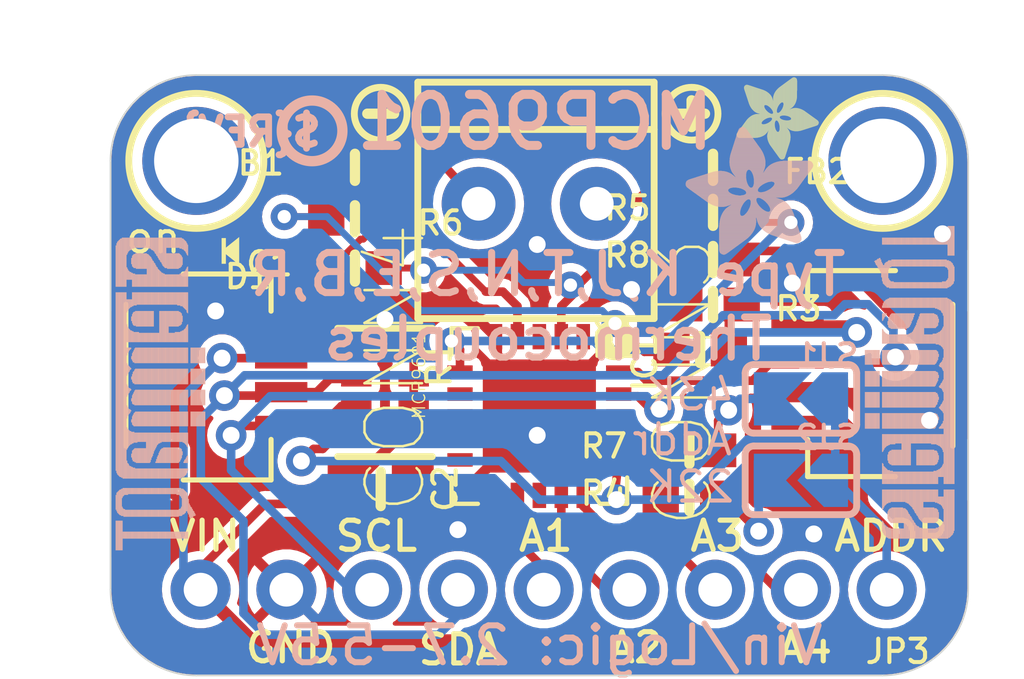
<source format=kicad_pcb>
(kicad_pcb (version 20221018) (generator pcbnew)
  (layers (0 "F.Cu" signal) (31 "B.Cu" signal) (34 "B.Paste" user) (35 "F.Paste" user) (36 "B.SilkS" user "B.Silkscreen") (37 "F.SilkS" user "F.Silkscreen") (38 "B.Mask" user) (39 "F.Mask" user) (44 "Edge.Cuts" user))
  (net 0 "")
  (net 1 "GND")
  (net 2 "ALERT2")
  (net 3 "ALERT1")
  (net 4 "ALERT3")
  (net 5 "ALERT4")
  (net 6 "ADDR")
  (net 7 "SCL")
  (net 8 "SDA")
  (net 9 "VIN")
  (net 10 "N$1")
  (net 11 "N$3")
  (net 12 "+")
  (net 13 "-")
  (net 14 "N$4")
  (net 15 "N$8")
  (net 16 "N$7")
  (net 17 "N$2")
  (net 18 "VSENSE")
  (footprint "working:ADAFRUIT_2.5MM" (layer "F.Cu") (at 154.3431 96.1771 -90)
    (fp_text reference "U$16" hide)
    (fp_text value "" hide)
  )
  (footprint "working:FIDUCIAL_1MM" (layer "F.Cu") (at 136.5631 110.8456)
    (fp_text reference "FID3" hide)
    (fp_text value "FIDUCIAL_1MM" hide)
    (pad "1" smd roundrect (at 0 0) (size 1 1) (layers "F.Cu" "F.Mask") (roundrect_rratio 0.5))
  )
  (footprint "working:CHIPLED_0603_NOOUTLINE" (layer "F.Cu") (at 139.3571 101.3206 90)
    (fp_text reference "D1" (at -0.762 1.27) (layer "F.SilkS") (effects (font (size 0.692831 0.692831) (thickness 0.119969)) (justify right)))
    (fp_text value "GREEN")
    (pad "A" smd rect (at 0 0.75 90) (size 0.8 0.8) (layers "F.Cu" "F.Paste" "F.Mask") (net 17 "N$2"))
    (pad "C" smd rect (at 0 -0.75 90) (size 0.8 0.8) (layers "F.Cu" "F.Paste" "F.Mask") (net 1 "GND"))
  )
  (footprint "working:JST_SH4" (layer "F.Cu") (at 138.3411 105.0036 -90)
    (fp_text reference "CONN4" (at -4.6 -5.9 90) (layer "F.SilkS") (effects (font (size 1.703222 1.703222) (thickness 0.074778)) (justify right)))
    (fp_text value "STEMMA_I2C_QT" hide)
    (pad "1" smd rect (at -1.5 -2.514) (size 1.55 0.6) (layers "F.Cu" "F.Paste" "F.Mask") (net 1 "GND"))
    (pad "2" smd rect (at -0.5 -2.514) (size 1.55 0.6) (layers "F.Cu" "F.Paste" "F.Mask") (net 9 "VIN"))
    (pad "3" smd rect (at 0.5 -2.514) (size 1.55 0.6) (layers "F.Cu" "F.Paste" "F.Mask") (net 8 "SDA"))
    (pad "4" smd rect (at 1.5 -2.514) (size 1.55 0.6) (layers "F.Cu" "F.Paste" "F.Mask") (net 7 "SCL"))
    (pad "MT1" smd rect (at -2.8 1.386) (size 1.8 1.2) (layers "F.Cu" "F.Paste" "F.Mask") (net 1 "GND"))
    (pad "MT2" smd rect (at 2.8 1.386) (size 1.8 1.2) (layers "F.Cu" "F.Paste" "F.Mask") (net 1 "GND"))
  )
  (footprint "working:SYMBOL_MINUS" (layer "F.Cu") (at 143.8021 97.2566)
    (fp_text reference "U$18" hide)
    (fp_text value "" hide)
  )
  (footprint "working:0603-NO" (layer "F.Cu") (at 143.0401 98.8441 180)
    (fp_text reference "FB1" (at 2.032 0.127) (layer "F.SilkS") (effects (font (size 0.692831 0.692831) (thickness 0.119969)) (justify right)))
    (fp_text value "Ferrite")
    (pad "1" smd rect (at -0.85 0 180) (size 1.075 1) (layers "F.Cu" "F.Paste" "F.Mask") (net 13 "-"))
    (pad "2" smd rect (at 0.85 0 180) (size 1.075 1) (layers "F.Cu" "F.Paste" "F.Mask") (net 14 "N$4"))
  )
  (footprint "working:0603-NO" (layer "F.Cu") (at 153.6446 102.9081)
    (fp_text reference "R3" (at 1.778 0.127) (layer "F.SilkS") (effects (font (size 0.692831 0.692831) (thickness 0.119969)) (justify left)))
    (fp_text value "2.5M")
    (pad "1" smd rect (at -0.85 0) (size 1.075 1) (layers "F.Cu" "F.Paste" "F.Mask") (net 18 "VSENSE"))
    (pad "2" smd rect (at 0.85 0) (size 1.075 1) (layers "F.Cu" "F.Paste" "F.Mask") (net 1 "GND"))
  )
  (footprint "working:SYMBOL_PLUS" (layer "F.Cu") (at 153.0096 97.2566)
    (fp_text reference "U$17" hide)
    (fp_text value "" hide)
  )
  (footprint "working:0603-NO" (layer "F.Cu") (at 153.2636 104.2416 180)
    (fp_text reference "R2" (at 1.778 0.127) (layer "F.SilkS") (effects (font (size 0.692831 0.692831) (thickness 0.119969)) (justify right)))
    (fp_text value "487K")
    (pad "1" smd rect (at -0.85 0 180) (size 1.075 1) (layers "F.Cu" "F.Paste" "F.Mask") (net 1 "GND"))
    (pad "2" smd rect (at 0.85 0 180) (size 1.075 1) (layers "F.Cu" "F.Paste" "F.Mask") (net 14 "N$4"))
  )
  (footprint "working:JST_SH4" (layer "F.Cu") (at 158.6611 105.0036 90)
    (fp_text reference "CONN3" (at -4.6 -5.9 90) (layer "F.SilkS") (effects (font (size 1.703222 1.703222) (thickness 0.074778)) (justify left)))
    (fp_text value "STEMMA_I2C_QT" hide)
    (pad "1" smd rect (at -1.5 -2.514 180) (size 1.55 0.6) (layers "F.Cu" "F.Paste" "F.Mask") (net 1 "GND"))
    (pad "2" smd rect (at -0.5 -2.514 180) (size 1.55 0.6) (layers "F.Cu" "F.Paste" "F.Mask") (net 9 "VIN"))
    (pad "3" smd rect (at 0.5 -2.514 180) (size 1.55 0.6) (layers "F.Cu" "F.Paste" "F.Mask") (net 8 "SDA"))
    (pad "4" smd rect (at 1.5 -2.514 180) (size 1.55 0.6) (layers "F.Cu" "F.Paste" "F.Mask") (net 7 "SCL"))
    (pad "MT1" smd rect (at -2.8 1.386 180) (size 1.8 1.2) (layers "F.Cu" "F.Paste" "F.Mask") (net 1 "GND"))
    (pad "MT2" smd rect (at 2.8 1.386 180) (size 1.8 1.2) (layers "F.Cu" "F.Paste" "F.Mask") (net 1 "GND"))
  )
  (footprint "working:MOUNTINGHOLE_2.5_PLATED" (layer "F.Cu") (at 138.3411 98.6536)
    (fp_text reference "U$33" hide)
    (fp_text value "MOUNTINGHOLE2.5" hide)
    (pad "P$1" thru_hole circle (at 0 0) (size 3.2 3.2) (drill 2.5) (layers "*.Cu" "*.Mask"))
    (zone (net 0) (net_name "") (layer "F.Cu") (connect_pads (clearance 0)) (min_thickness 0.25)
      (keepout (tracks not_allowed) (vias not_allowed) (pads not_allowed) (copperpour not_allowed) (footprints allowed))
      (fill (thermal_gap 0.5) (thermal_bridge_width 0.5))
      (polygon (pts (xy 140.3571 98.6536) (xy 140.33748 98.373027) (xy 140.279004 98.097915) (xy 140.182808 97.833619) (xy 140.050765 97.585283) (xy 139.885446 97.35774) (xy 139.690067 97.15542) (xy 139.468433 96.98226) (xy 139.224856 96.841631) (xy 138.964078 96.73627) (xy 138.691175 96.668228) (xy 138.411457 96.638828) (xy 138.130371 96.648644) (xy 137.853385 96.697484) (xy 137.585893 96.784397) (xy 137.3331 96.907693) (xy 137.099926 97.06497) (xy 136.890911 97.253169) (xy 136.710122 97.468625) (xy 136.561078 97.707145) (xy 136.44668 97.964087) (xy 136.369154 98.23445) (xy 136.330011 98.512971) (xy 136.330011 98.794229) (xy 136.369154 99.07275) (xy 136.44668 99.343113) (xy 136.561078 99.600055) (xy 136.710122 99.838575) (xy 136.890911 100.054031) (xy 137.099926 100.24223) (xy 137.3331 100.399507) (xy 137.585893 100.522803) (xy 137.853385 100.609716) (xy 138.130371 100.658556) (xy 138.411457 100.668372) (xy 138.691175 100.638972) (xy 138.964078 100.57093) (xy 139.224856 100.465569) (xy 139.468433 100.32494) (xy 139.690067 100.15178) (xy 139.885446 99.94946) (xy 140.050765 99.721917) (xy 140.182808 99.473581) (xy 140.279004 99.209285) (xy 140.33748 98.934173)))
      (polygon (pts (xy 138.3251 98.6536) (xy 138.329786 98.664914) (xy 138.3411 98.6696) (xy 138.352414 98.664914) (xy 138.3571 98.6536) (xy 138.352414 98.642286) (xy 138.3411 98.6376) (xy 138.329786 98.642286)))
    )
    (zone (net 0) (net_name "") (layer "B.Cu") (connect_pads (clearance 0)) (min_thickness 0.25)
      (keepout (tracks not_allowed) (vias not_allowed) (pads not_allowed) (copperpour not_allowed) (footprints allowed))
      (fill (thermal_gap 0.5) (thermal_bridge_width 0.5))
      (polygon (pts (xy 140.3571 98.6536) (xy 140.33748 98.373027) (xy 140.279004 98.097915) (xy 140.182808 97.833619) (xy 140.050765 97.585283) (xy 139.885446 97.35774) (xy 139.690067 97.15542) (xy 139.468433 96.98226) (xy 139.224856 96.841631) (xy 138.964078 96.73627) (xy 138.691175 96.668228) (xy 138.411457 96.638828) (xy 138.130371 96.648644) (xy 137.853385 96.697484) (xy 137.585893 96.784397) (xy 137.3331 96.907693) (xy 137.099926 97.06497) (xy 136.890911 97.253169) (xy 136.710122 97.468625) (xy 136.561078 97.707145) (xy 136.44668 97.964087) (xy 136.369154 98.23445) (xy 136.330011 98.512971) (xy 136.330011 98.794229) (xy 136.369154 99.07275) (xy 136.44668 99.343113) (xy 136.561078 99.600055) (xy 136.710122 99.838575) (xy 136.890911 100.054031) (xy 137.099926 100.24223) (xy 137.3331 100.399507) (xy 137.585893 100.522803) (xy 137.853385 100.609716) (xy 138.130371 100.658556) (xy 138.411457 100.668372) (xy 138.691175 100.638972) (xy 138.964078 100.57093) (xy 139.224856 100.465569) (xy 139.468433 100.32494) (xy 139.690067 100.15178) (xy 139.885446 99.94946) (xy 140.050765 99.721917) (xy 140.182808 99.473581) (xy 140.279004 99.209285) (xy 140.33748 98.934173)))
      (polygon (pts (xy 138.3251 98.6536) (xy 138.329786 98.664914) (xy 138.3411 98.6696) (xy 138.352414 98.664914) (xy 138.3571 98.6536) (xy 138.352414 98.642286) (xy 138.3411 98.6376) (xy 138.329786 98.642286)))
    )
  )
  (footprint "working:0603-NO" (layer "F.Cu") (at 143.0401 100.3681)
    (fp_text reference "R6" (at 1.778 0.127) (layer "F.SilkS") (effects (font (size 0.692831 0.692831) (thickness 0.119969)) (justify left)))
    (fp_text value "100")
    (pad "1" smd rect (at -0.85 0) (size 1.075 1) (layers "F.Cu" "F.Paste" "F.Mask") (net 14 "N$4"))
    (pad "2" smd rect (at 0.85 0) (size 1.075 1) (layers "F.Cu" "F.Paste" "F.Mask") (net 11 "N$3"))
  )
  (footprint "working:0603-NO" (layer "F.Cu") (at 153.6446 100.1776 180)
    (fp_text reference "R5" (at 1.778 0.127) (layer "F.SilkS") (effects (font (size 0.692831 0.692831) (thickness 0.119969)) (justify right)))
    (fp_text value "100")
    (pad "1" smd rect (at -0.85 0 180) (size 1.075 1) (layers "F.Cu" "F.Paste" "F.Mask") (net 18 "VSENSE"))
    (pad "2" smd rect (at 0.85 0 180) (size 1.075 1) (layers "F.Cu" "F.Paste" "F.Mask") (net 10 "N$1"))
  )
  (footprint "working:0603-NO" (layer "F.Cu") (at 152.9461 107.2261 180)
    (fp_text reference "R7" (at 1.778 0.127) (layer "F.SilkS") (effects (font (size 0.692831 0.692831) (thickness 0.119969)) (justify right)))
    (fp_text value "47K")
    (pad "1" smd rect (at -0.85 0 180) (size 1.075 1) (layers "F.Cu" "F.Paste" "F.Mask") (net 16 "N$7"))
    (pad "2" smd rect (at 0.85 0 180) (size 1.075 1) (layers "F.Cu" "F.Paste" "F.Mask") (net 1 "GND"))
  )
  (footprint "working:VQFN20_5MM" (layer "F.Cu") (at 148.5011 106.2101 -90)
    (fp_text reference "IC1" (at -2.501 -3.125 90) (layer "F.SilkS") (effects (font (size 0.692831 0.692831) (thickness 0.119969)) (justify right)))
    (fp_text value "MCP9601" (at -2.501 3.566 90) (layer "F.SilkS") (effects (font (size 0.369824 0.369824) (thickness 0.036576)) (justify right)))
    (pad "P$1" smd rect (at -2.35 -1.3 270) (size 0.75 0.4) (layers "F.Cu" "F.Paste" "F.Mask") (net 1 "GND"))
    (pad "P$2" smd rect (at -2.35 -0.65 270) (size 0.75 0.4) (layers "F.Cu" "F.Paste" "F.Mask") (net 10 "N$1"))
    (pad "P$3" smd rect (at -2.35 0 270) (size 0.75 0.4) (layers "F.Cu" "F.Paste" "F.Mask") (net 1 "GND"))
    (pad "P$4" smd rect (at -2.35 0.65 270) (size 0.75 0.4) (layers "F.Cu" "F.Paste" "F.Mask") (net 11 "N$3"))
    (pad "P$5" smd rect (at -2.35 1.3 270) (size 0.75 0.4) (layers "F.Cu" "F.Paste" "F.Mask") (net 1 "GND"))
    (pad "P$6" smd rect (at -1.3 2.35) (size 0.75 0.4) (layers "F.Cu" "F.Paste" "F.Mask") (net 18 "VSENSE"))
    (pad "P$7" smd rect (at -0.65 2.35) (size 0.75 0.4) (layers "F.Cu" "F.Paste" "F.Mask"))
    (pad "P$8" smd rect (at 0 2.35) (size 0.75 0.4) (layers "F.Cu" "F.Paste" "F.Mask") (net 9 "VIN"))
    (pad "P$9" smd rect (at 0.65 2.35) (size 0.75 0.4) (layers "F.Cu" "F.Paste" "F.Mask"))
    (pad "P$10" smd rect (at 1.3 2.35) (size 0.75 0.4) (layers "F.Cu" "F.Paste" "F.Mask") (net 1 "GND"))
    (pad "P$11" smd rect (at 2.35 1.3 90) (size 0.75 0.4) (layers "F.Cu" "F.Paste" "F.Mask") (net 3 "ALERT1"))
    (pad "P$12" smd rect (at 2.35 0.65 90) (size 0.75 0.4) (layers "F.Cu" "F.Paste" "F.Mask") (net 2 "ALERT2"))
    (pad "P$13" smd rect (at 2.35 0 90) (size 0.75 0.4) (layers "F.Cu" "F.Paste" "F.Mask") (net 1 "GND"))
    (pad "P$14" smd rect (at 2.35 -0.65 90) (size 0.75 0.4) (layers "F.Cu" "F.Paste" "F.Mask") (net 4 "ALERT3"))
    (pad "P$15" smd rect (at 2.35 -1.3 90) (size 0.75 0.4) (layers "F.Cu" "F.Paste" "F.Mask") (net 5 "ALERT4"))
    (pad "P$16" smd rect (at 1.3 -2.35 180) (size 0.75 0.4) (layers "F.Cu" "F.Paste" "F.Mask") (net 6 "ADDR"))
    (pad "P$17" smd rect (at 0.65 -2.35 180) (size 0.75 0.4) (layers "F.Cu" "F.Paste" "F.Mask") (net 1 "GND"))
    (pad "P$18" smd rect (at 0 -2.35 180) (size 0.75 0.4) (layers "F.Cu" "F.Paste" "F.Mask") (net 1 "GND"))
    (pad "P$19" smd rect (at -0.65 -2.35 180) (size 0.75 0.4) (layers "F.Cu" "F.Paste" "F.Mask") (net 7 "SCL"))
    (pad "P$20" smd rect (at -1.3 -2.35 180) (size 0.75 0.4) (layers "F.Cu" "F.Paste" "F.Mask") (net 8 "SDA"))
    (pad "THRM" smd rect (at 0 0 270) (size 3.35 3.35) (layers "F.Cu" "F.Mask") (net 1 "GND"))
  )
  (footprint "working:FIDUCIAL_1MM" (layer "F.Cu") (at 148.3741 97.4471)
    (fp_text reference "FID4" hide)
    (fp_text value "FIDUCIAL_1MM" hide)
    (pad "1" smd roundrect (at 0 0) (size 1 1) (layers "F.Cu" "F.Mask") (roundrect_rratio 0.5))
  )
  (footprint "working:0603-NO" (layer "F.Cu") (at 143.0401 101.8286 180)
    (fp_text reference "C1" (at 1.778 0.127) (layer "F.SilkS") (effects (font (size 0.692831 0.692831) (thickness 0.119969)) (justify right)))
    (fp_text value "0.1uF")
    (pad "1" smd rect (at -0.85 0 180) (size 1.075 1) (layers "F.Cu" "F.Paste" "F.Mask") (net 10 "N$1"))
    (pad "2" smd rect (at 0.85 0 180) (size 1.075 1) (layers "F.Cu" "F.Paste" "F.Mask") (net 11 "N$3"))
  )
  (footprint "working:1X09_ROUND_70" (layer "F.Cu") (at 148.6281 111.3536 180)
    (fp_text reference "JP3" (at -11.5062 -1.8288) (layer "F.SilkS") (effects (font (size 0.692831 0.692831) (thickness 0.119969)) (justify right)))
    (fp_text value "")
    (pad "1" thru_hole circle (at -10.16 0 270) (size 1.778 1.778) (drill 1) (layers "*.Cu" "*.Mask") (net 6 "ADDR"))
    (pad "2" thru_hole circle (at -7.62 0 270) (size 1.778 1.778) (drill 1) (layers "*.Cu" "*.Mask") (net 5 "ALERT4"))
    (pad "3" thru_hole circle (at -5.08 0 270) (size 1.778 1.778) (drill 1) (layers "*.Cu" "*.Mask") (net 4 "ALERT3"))
    (pad "4" thru_hole circle (at -2.54 0 270) (size 1.778 1.778) (drill 1) (layers "*.Cu" "*.Mask") (net 2 "ALERT2"))
    (pad "5" thru_hole circle (at 0 0 270) (size 1.778 1.778) (drill 1) (layers "*.Cu" "*.Mask") (net 3 "ALERT1"))
    (pad "6" thru_hole circle (at 2.54 0 270) (size 1.778 1.778) (drill 1) (layers "*.Cu" "*.Mask") (net 8 "SDA"))
    (pad "7" thru_hole circle (at 5.08 0 270) (size 1.778 1.778) (drill 1) (layers "*.Cu" "*.Mask") (net 7 "SCL"))
    (pad "8" thru_hole circle (at 7.62 0 270) (size 1.778 1.778) (drill 1) (layers "*.Cu" "*.Mask") (net 1 "GND"))
    (pad "9" thru_hole circle (at 10.16 0 270) (size 1.778 1.778) (drill 1) (layers "*.Cu" "*.Mask") (net 9 "VIN"))
  )
  (footprint "working:0603-NO" (layer "F.Cu") (at 153.6446 98.8441)
    (fp_text reference "FB2" (at 2.032 0.127) (layer "F.SilkS") (effects (font (size 0.692831 0.692831) (thickness 0.119969)) (justify left)))
    (fp_text value "Ferrite")
    (pad "1" smd rect (at -0.85 0) (size 1.075 1) (layers "F.Cu" "F.Paste" "F.Mask") (net 12 "+"))
    (pad "2" smd rect (at 0.85 0) (size 1.075 1) (layers "F.Cu" "F.Paste" "F.Mask") (net 18 "VSENSE"))
  )
  (footprint "working:0805-NO" (layer "F.Cu") (at 143.8021 108.3691)
    (fp_text reference "C2" (at 1.905 -0.762 90) (layer "F.SilkS") (effects (font (size 0.692831 0.692831) (thickness 0.119969)) (justify right)))
    (fp_text value "10uF")
    (pad "1" smd rect (at -0.95 0) (size 1.24 1.5) (layers "F.Cu" "F.Paste" "F.Mask") (net 9 "VIN"))
    (pad "2" smd rect (at 0.95 0) (size 1.24 1.5) (layers "F.Cu" "F.Paste" "F.Mask") (net 1 "GND"))
  )
  (footprint "working:TERMBLOCK_1X2-3.5MM" (layer "F.Cu") (at 148.5011 99.9236 180)
    (fp_text reference "X1" (at -3 -3.89) (layer "F.SilkS") (effects (font (size 0.692831 0.692831) (thickness 0.119969)) (justify right)))
    (fp_text value "TERMBLK")
    (pad "1" thru_hole circle (at 1.8 0 180) (size 2.1844 2.1844) (drill 1) (layers "*.Cu" "*.Mask") (net 13 "-"))
    (pad "2" thru_hole circle (at -1.7 0 180) (size 2.1844 2.1844) (drill 1) (layers "*.Cu" "*.Mask") (net 12 "+"))
  )
  (footprint "working:MOUNTINGHOLE_2.5_PLATED" (layer "F.Cu") (at 158.6611 98.6536)
    (fp_text reference "U$34" hide)
    (fp_text value "MOUNTINGHOLE2.5" hide)
    (pad "P$1" thru_hole circle (at 0 0) (size 3.2 3.2) (drill 2.5) (layers "*.Cu" "*.Mask"))
    (zone (net 0) (net_name "") (layer "F.Cu") (connect_pads (clearance 0)) (min_thickness 0.25)
      (keepout (tracks not_allowed) (vias not_allowed) (pads not_allowed) (copperpour not_allowed) (footprints allowed))
      (fill (thermal_gap 0.5) (thermal_bridge_width 0.5))
      (polygon (pts (xy 160.6771 98.6536) (xy 160.65748 98.373027) (xy 160.599004 98.097915) (xy 160.502808 97.833619) (xy 160.370765 97.585283) (xy 160.205446 97.35774) (xy 160.010067 97.15542) (xy 159.788433 96.98226) (xy 159.544856 96.841631) (xy 159.284078 96.73627) (xy 159.011175 96.668228) (xy 158.731457 96.638828) (xy 158.450371 96.648644) (xy 158.173385 96.697484) (xy 157.905893 96.784397) (xy 157.6531 96.907693) (xy 157.419926 97.06497) (xy 157.210911 97.253169) (xy 157.030122 97.468625) (xy 156.881078 97.707145) (xy 156.76668 97.964087) (xy 156.689154 98.23445) (xy 156.650011 98.512971) (xy 156.650011 98.794229) (xy 156.689154 99.07275) (xy 156.76668 99.343113) (xy 156.881078 99.600055) (xy 157.030122 99.838575) (xy 157.210911 100.054031) (xy 157.419926 100.24223) (xy 157.6531 100.399507) (xy 157.905893 100.522803) (xy 158.173385 100.609716) (xy 158.450371 100.658556) (xy 158.731457 100.668372) (xy 159.011175 100.638972) (xy 159.284078 100.57093) (xy 159.544856 100.465569) (xy 159.788433 100.32494) (xy 160.010067 100.15178) (xy 160.205446 99.94946) (xy 160.370765 99.721917) (xy 160.502808 99.473581) (xy 160.599004 99.209285) (xy 160.65748 98.934173)))
      (polygon (pts (xy 158.6451 98.6536) (xy 158.649786 98.664914) (xy 158.6611 98.6696) (xy 158.672414 98.664914) (xy 158.6771 98.6536) (xy 158.672414 98.642286) (xy 158.6611 98.6376) (xy 158.649786 98.642286)))
    )
    (zone (net 0) (net_name "") (layer "B.Cu") (connect_pads (clearance 0)) (min_thickness 0.25)
      (keepout (tracks not_allowed) (vias not_allowed) (pads not_allowed) (copperpour not_allowed) (footprints allowed))
      (fill (thermal_gap 0.5) (thermal_bridge_width 0.5))
      (polygon (pts (xy 160.6771 98.6536) (xy 160.65748 98.373027) (xy 160.599004 98.097915) (xy 160.502808 97.833619) (xy 160.370765 97.585283) (xy 160.205446 97.35774) (xy 160.010067 97.15542) (xy 159.788433 96.98226) (xy 159.544856 96.841631) (xy 159.284078 96.73627) (xy 159.011175 96.668228) (xy 158.731457 96.638828) (xy 158.450371 96.648644) (xy 158.173385 96.697484) (xy 157.905893 96.784397) (xy 157.6531 96.907693) (xy 157.419926 97.06497) (xy 157.210911 97.253169) (xy 157.030122 97.468625) (xy 156.881078 97.707145) (xy 156.76668 97.964087) (xy 156.689154 98.23445) (xy 156.650011 98.512971) (xy 156.650011 98.794229) (xy 156.689154 99.07275) (xy 156.76668 99.343113) (xy 156.881078 99.600055) (xy 157.030122 99.838575) (xy 157.210911 100.054031) (xy 157.419926 100.24223) (xy 157.6531 100.399507) (xy 157.905893 100.522803) (xy 158.173385 100.609716) (xy 158.450371 100.658556) (xy 158.731457 100.668372) (xy 159.011175 100.638972) (xy 159.284078 100.57093) (xy 159.544856 100.465569) (xy 159.788433 100.32494) (xy 160.010067 100.15178) (xy 160.205446 99.94946) (xy 160.370765 99.721917) (xy 160.502808 99.473581) (xy 160.599004 99.209285) (xy 160.65748 98.934173)))
      (polygon (pts (xy 158.6451 98.6536) (xy 158.649786 98.664914) (xy 158.6611 98.6696) (xy 158.672414 98.664914) (xy 158.6771 98.6536) (xy 158.672414 98.642286) (xy 158.6611 98.6376) (xy 158.649786 98.642286)))
    )
  )
  (footprint "working:0603-NO" (layer "F.Cu") (at 153.6446 101.5746 180)
    (fp_text reference "R8" (at 1.778 0.127) (layer "F.SilkS") (effects (font (size 0.692831 0.692831) (thickness 0.119969)) (justify right)))
    (fp_text value "2M")
    (pad "1" smd rect (at -0.85 0 180) (size 1.075 1) (layers "F.Cu" "F.Paste" "F.Mask") (net 9 "VIN"))
    (pad "2" smd rect (at 0.85 0 180) (size 1.075 1) (layers "F.Cu" "F.Paste" "F.Mask") (net 18 "VSENSE"))
  )
  (footprint "working:0603-NO" (layer "F.Cu") (at 152.9461 108.6231 180)
    (fp_text reference "R4" (at 1.778 0.127) (layer "F.SilkS") (effects (font (size 0.692831 0.692831) (thickness 0.119969)) (justify right)))
    (fp_text value "22K")
    (pad "1" smd rect (at -0.85 0 180) (size 1.075 1) (layers "F.Cu" "F.Paste" "F.Mask") (net 15 "N$8"))
    (pad "2" smd rect (at 0.85 0 180) (size 1.075 1) (layers "F.Cu" "F.Paste" "F.Mask") (net 1 "GND"))
  )
  (footprint "working:RESPACK_4X0603" (layer "F.Cu") (at 143.9291 105.5116 -90)
    (fp_text reference "R1" (at -1.6 -1.6 90) (layer "F.SilkS") (effects (font (size 0.692831 0.692831) (thickness 0.119969)) (justify right)))
    (fp_text value "10K")
    (pad "1" smd rect (at -1.3 0.85 270) (size 0.45 0.9) (layers "F.Cu" "F.Paste" "F.Mask") (net 17 "N$2"))
    (pad "2" smd rect (at -0.4 0.85 270) (size 0.45 0.9) (layers "F.Cu" "F.Paste" "F.Mask") (net 8 "SDA"))
    (pad "3" smd rect (at 0.4 0.85 270) (size 0.45 0.9) (layers "F.Cu" "F.Paste" "F.Mask") (net 7 "SCL"))
    (pad "4" smd rect (at 1.3 0.85 270) (size 0.45 0.9) (layers "F.Cu" "F.Paste" "F.Mask") (net 6 "ADDR"))
    (pad "5" smd rect (at 1.3 -0.85 270) (size 0.45 0.9) (layers "F.Cu" "F.Paste" "F.Mask") (net 9 "VIN"))
    (pad "6" smd rect (at 0.4 -0.85 270) (size 0.45 0.9) (layers "F.Cu" "F.Paste" "F.Mask") (net 9 "VIN"))
    (pad "7" smd rect (at -0.4 -0.85 270) (size 0.45 0.9) (layers "F.Cu" "F.Paste" "F.Mask") (net 9 "VIN"))
    (pad "8" smd rect (at -1.3 -0.85 270) (size 0.45 0.9) (layers "F.Cu" "F.Paste" "F.Mask") (net 9 "VIN"))
  )
  (footprint "working:ADAFRUIT_3.5MM" (layer "B.Cu") (at 156.6291 101.4476 180)
    (fp_text reference "U$20" hide)
    (fp_text value "" hide)
  )
  (footprint "working:SOLDERJUMPER_ARROW_NOPASTE" (layer "B.Cu") (at 156.2481 108.1151 180)
    (fp_text reference "SJ2" (at -1.778 1.27) (layer "B.SilkS") (effects (font (size 0.692831 0.692831) (thickness 0.119969)) (justify left mirror)))
    (fp_text value "")
    (fp_poly (pts (xy 0.106121 -0.002663) (xy -0.679416 -0.7882) (xy -1.3946 -0.7882) (xy -1.3946 0.7882) (xy -0.62715 0.7882)) (fill solid) (layer "B.Cu"))
    (fp_poly (pts (xy 1.3946 -0.7882) (xy -0.315893 -0.7882) (xy 0.443148 0) (xy -0.315893 0.7882) (xy 1.3946 0.7882)) (fill solid) (layer "B.Cu"))
    (pad "1" smd roundrect (at -1.016 0 180) (size 0.762 1.524) (layers "B.Cu") (net 6 "ADDR"))
    (pad "2" smd roundrect (at 1.016 0 180) (size 0.762 1.524) (layers "B.Cu") (net 15 "N$8"))
  )
  (footprint "working:SOLDERJUMPER_ARROW_NOPASTE" (layer "B.Cu") (at 156.2481 105.7021 180)
    (fp_text reference "SJ1" (at -1.778 1.27) (layer "B.SilkS") (effects (font (size 0.692831 0.692831) (thickness 0.119969)) (justify left mirror)))
    (fp_text value "")
    (fp_poly (pts (xy 0.106121 -0.002663) (xy -0.679416 -0.7882) (xy -1.3946 -0.7882) (xy -1.3946 0.7882) (xy -0.62715 0.7882)) (fill solid) (layer "B.Cu"))
    (fp_poly (pts (xy 1.3946 -0.7882) (xy -0.315893 -0.7882) (xy 0.443148 0) (xy -0.315893 0.7882) (xy 1.3946 0.7882)) (fill solid) (layer "B.Cu"))
    (pad "1" smd roundrect (at -1.016 0 180) (size 0.762 1.524) (layers "B.Cu") (net 6 "ADDR"))
    (pad "2" smd roundrect (at 1.016 0 180) (size 0.762 1.524) (layers "B.Cu") (net 16 "N$7"))
  )
  (footprint "working:STEMMAQT" (layer "B.Cu") (at 158.1531 109.8296 90)
    (fp_text reference "U$41" hide)
    (fp_text value "" hide)
  )
  (footprint "working:STEMMAQT" (layer "B.Cu") (at 138.5951 100.9396 -90)
    (fp_text reference "U$42" hide)
    (fp_text value "" hide)
  )
  (footprint "working:PCBFEAT-REV-040" (layer "B.Cu") (at 141.7701 97.7646 180)
    (fp_text reference "U$40" hide)
    (fp_text value "" hide)
    (fp_text user "${REV}" (at -0.3556 -0.508) (layer "B.SilkS") (effects (font (size 0.8128 0.8128) (thickness 0.2032)) (justify left bottom mirror)))
  )
  (gr_line (start 161.2011 111.3536) (end 161.2011 98.6536) (stroke (width 0.05)) (layer "Edge.Cuts"))
  (gr_arc (start 161.2011 111.3536) (mid 160.457151 113.149651) (end 158.6611 113.8936) (stroke (width 0.05)) (layer "Edge.Cuts"))
  (gr_line (start 135.8011 98.6536) (end 135.8011 111.3536) (stroke (width 0.05)) (layer "Edge.Cuts"))
  (gr_line (start 138.3411 113.8936) (end 158.6611 113.8936) (stroke (width 0.05)) (layer "Edge.Cuts"))
  (gr_line (start 158.6611 96.1136) (end 138.3411 96.1136) (stroke (width 0.05)) (layer "Edge.Cuts"))
  (gr_arc (start 138.3411 113.8936) (mid 136.545049 113.149651) (end 135.8011 111.3536) (stroke (width 0.05)) (layer "Edge.Cuts"))
  (gr_arc (start 158.6611 96.1136) (mid 160.457151 96.857549) (end 161.2011 98.6536) (stroke (width 0.05)) (layer "Edge.Cuts"))
  (gr_arc (start 135.8011 98.6536) (mid 136.545049 96.857549) (end 138.3411 96.1136) (stroke (width 0.05)) (layer "Edge.Cuts"))
  (gr_text "Addr" (at 154.2796 106.9086) (layer "B.SilkS") (effects (font (size 0.89408 0.89408) (thickness 0.12192)) (justify left mirror)))
  (gr_text "MCP9601" (at 148.3741 97.5106) (layer "B.SilkS") (effects (font (size 1.5113 1.5113) (thickness 0.2667)) (justify mirror)))
  (gr_text "Type K,J,T,N,S,E,B,R\nThermocouples" (at 148.7551 102.9716) (layer "B.SilkS") (effects (font (size 1.18745 1.18745) (thickness 0.20955)) (justify mirror)))
  (gr_text "Vin/Logic: 2.7-5.5V" (at 148.5011 113.0046) (layer "B.SilkS") (effects (font (size 1.0922 1.0922) (thickness 0.1778)) (justify mirror)))
  (gr_text "22K" (at 154.3431 108.3056) (layer "B.SilkS") (effects (font (size 0.89408 0.89408) (thickness 0.12192)) (justify left mirror)))
  (gr_text "43K" (at 154.3431 105.5751) (layer "B.SilkS") (effects (font (size 0.89408 0.89408) (thickness 0.12192)) (justify left mirror)))
  (gr_text "GND" (at 141.1351 113.0681) (layer "F.SilkS") (effects (font (size 0.8636 0.8636) (thickness 0.1524))))
  (gr_text "ADDR" (at 158.9151 109.7661) (layer "F.SilkS") (effects (font (size 0.8636 0.8636) (thickness 0.1524))))
  (gr_text "on" (at 136.1821 101.4476) (layer "F.SilkS") (effects (font (size 0.89408 0.89408) (thickness 0.12192)) (justify left bottom)))
  (gr_text "A1" (at 148.6916 109.7661) (layer "F.SilkS") (effects (font (size 0.8636 0.8636) (thickness 0.1524))))
  (gr_text "A3" (at 153.7716 109.7661) (layer "F.SilkS") (effects (font (size 0.8636 0.8636) (thickness 0.1524))))
  (gr_text "" (at 140.1191 103.6066 90) (layer "F.SilkS") (effects (font (size 0.89408 0.89408) (thickness 0.12192))))
  (gr_text "A4" (at 156.3751 113.0681) (layer "F.SilkS") (effects (font (size 0.8636 0.8636) (thickness 0.1524))))
  (gr_text "VIN" (at 138.5951 109.7661) (layer "F.SilkS") (effects (font (size 0.8636 0.8636) (thickness 0.1524))))
  (gr_text "SCL" (at 143.6751 109.7661) (layer "F.SilkS") (effects (font (size 0.8636 0.8636) (thickness 0.1524))))
  (gr_text "SDA" (at 146.1516 113.1316) (layer "F.SilkS") (effects (font (size 0.8636 0.8636) (thickness 0.1524))))
  (gr_text "A2" (at 151.3586 113.0681) (layer "F.SilkS") (effects (font (size 0.8636 0.8636) (thickness 0.1524))))
  (segment (start 150.8511 106.8601) (end 151.7301 106.8601) (width 0.254) (layer "F.Cu") (net 1))
  (segment (start 151.7301 106.8601) (end 152.0961 107.2261) (width 0.254) (layer "F.Cu") (net 1))
  (segment (start 148.5011 105.623913) (end 148.5011 106.2101) (width 0.254) (layer "F.Cu") (net 1))
  (segment (start 154.1136 104.2416) (end 154.1136 103.2891) (width 0.254) (layer "F.Cu") (net 1))
  (segment (start 147.2701 104.392913) (end 148.5011 105.623913) (width 0.254) (layer "F.Cu") (net 1))
  (segment (start 147.2701 103.9291) (end 147.2701 104.392913) (width 0.254) (layer "F.Cu") (net 1))
  (segment (start 147.2011 103.8601) (end 147.2701 103.9291) (width 0.254) (layer "F.Cu") (net 1))
  (segment (start 154.1136 103.2891) (end 154.4946 102.9081) (width 0.254) (layer "F.Cu") (net 1))
  (via (at 148.4376 106.7816) (size 0.9064) (drill 0.5) (layers "F.Cu" "B.Cu") (net 1))
  (via (at 151.2316 102.4636) (size 0.9064) (drill 0.5) (layers "F.Cu" "B.Cu") (net 1))
  (via (at 160.4391 100.8126) (size 0.9064) (drill 0.5) (layers "F.Cu" "B.Cu") (net 1))
  (via (at 146.0881 109.5756) (size 0.9064) (drill 0.5) (layers "F.Cu" "B.Cu") (net 1))
  (via (at 156.6291 109.7026) (size 0.9064) (drill 0.5) (layers "F.Cu" "B.Cu") (net 1))
  (via (at 138.9126 103.0986) (size 0.9064) (drill 0.5) (layers "F.Cu" "B.Cu") (net 1))
  (via (at 148.4376 101.1301) (size 0.9064) (drill 0.5) (layers "F.Cu" "B.Cu") (net 1))
  (via (at 160.0581 106.3371) (size 0.9064) (drill 0.5) (layers "F.Cu" "B.Cu") (net 1))
  (via (at 155.9941 102.2731) (size 0.9064) (drill 0.5) (layers "F.Cu" "B.Cu") (net 1))
  (via (at 143.9291 103.3526) (size 0.9064) (drill 0.5) (layers "F.Cu" "B.Cu") (net 1))
  (segment (start 147.8511 109.023913) (end 147.8511 108.5601) (width 0.254) (layer "F.Cu") (net 2))
  (segment (start 151.1681 111.3536) (end 150.4541 111.3536) (width 0.254) (layer "F.Cu") (net 2))
  (segment (start 148.143287 109.3161) (end 147.8511 109.023913) (width 0.254) (layer "F.Cu") (net 2))
  (segment (start 148.4166 109.3161) (end 148.143287 109.3161) (width 0.254) (layer "F.Cu") (net 2))
  (segment (start 150.4541 111.3536) (end 148.4166 109.3161) (width 0.254) (layer "F.Cu") (net 2))
  (segment (start 147.2011 108.5601) (end 147.2011 109.282838) (width 0.254) (layer "F.Cu") (net 3))
  (segment (start 147.2011 109.282838) (end 148.6281 110.709838) (width 0.254) (layer "F.Cu") (net 3))
  (segment (start 148.6281 110.709838) (end 148.6281 111.3536) (width 0.254) (layer "F.Cu") (net 3))
  (segment (start 149.965487 110.0288) (end 149.1511 109.214413) (width 0.254) (layer "F.Cu") (net 4))
  (segment (start 152.3833 110.0288) (end 149.965487 110.0288) (width 0.254) (layer "F.Cu") (net 4))
  (segment (start 152.3833 110.0288) (end 153.7081 111.3536) (width 0.254) (layer "F.Cu") (net 4))
  (segment (start 149.1511 109.214413) (end 149.1511 108.5601) (width 0.254) (layer "F.Cu") (net 4))
  (segment (start 156.2481 111.3536) (end 155.5496 111.3536) (width 0.254) (layer "F.Cu") (net 5))
  (segment (start 149.8011 108.880338) (end 149.8011 108.5601) (width 0.254) (layer "F.Cu") (net 5))
  (segment (start 155.5496 111.3536) (end 153.7168 109.5208) (width 0.254) (layer "F.Cu") (net 5))
  (segment (start 150.441562 109.5208) (end 149.8011 108.880338) (width 0.254) (layer "F.Cu") (net 5))
  (segment (start 153.7168 109.5208) (end 150.441562 109.5208) (width 0.254) (layer "F.Cu") (net 5))
  (segment (start 150.7241 108.6236) (end 150.7871 108.6866) (width 0.254) (layer "F.Cu") (net 6))
  (segment (start 143.0791 106.8116) (end 142.458525 106.8116) (width 0.254) (layer "F.Cu") (net 6))
  (segment (start 142.085525 107.1846) (end 141.8116 107.1846) (width 0.254) (layer "F.Cu") (net 6))
  (segment (start 141.8116 107.1846) (end 141.4526 107.5436) (width 0.254) (layer "F.Cu") (net 6))
  (segment (start 150.8511 107.5101) (end 150.7241 108.6236) (width 0.254) (layer "F.Cu") (net 6))
  (segment (start 142.458525 106.8116) (end 142.085525 107.1846) (width 0.254) (layer "F.Cu") (net 6))
  (via (at 150.7871 108.6866) (size 0.9064) (drill 0.5) (layers "F.Cu" "B.Cu") (net 6))
  (via (at 141.4526 107.5436) (size 0.9064) (drill 0.5) (layers "F.Cu" "B.Cu") (net 6))
  (segment (start 148.5011 108.6866) (end 150.7871 108.6866) (width 0.254) (layer "B.Cu") (net 6))
  (segment (start 154.6606 106.9086) (end 157.2641 106.9086) (width 0.254) (layer "B.Cu") (net 6))
  (segment (start 157.2641 108.1151) (end 158.7881 109.6391) (width 0.254) (layer "B.Cu") (net 6))
  (segment (start 157.2641 106.9086) (end 157.2641 108.1151) (width 0.254) (layer "B.Cu") (net 6))
  (segment (start 158.7881 109.6391) (end 158.7881 111.3536) (width 0.254) (layer "B.Cu") (net 6))
  (segment (start 148.5011 108.6866) (end 147.3581 107.5436) (width 0.254) (layer "B.Cu") (net 6))
  (segment (start 154.6606 106.9086) (end 152.8826 108.6866) (width 0.254) (layer "B.Cu") (net 6))
  (segment (start 157.2641 105.7021) (end 157.2641 106.9086) (width 0.254) (layer "B.Cu") (net 6))
  (segment (start 150.7871 108.6866) (end 152.8826 108.6866) (width 0.254) (layer "B.Cu") (net 6))
  (segment (start 141.4526 107.5436) (end 147.3581 107.5436) (width 0.254) (layer "B.Cu") (net 6))
  (segment (start 150.8511 105.5601) (end 150.9146 105.6236) (width 0.254) (layer "F.Cu") (net 7))
  (segment (start 142.0481 106.5036) (end 140.8551 106.5036) (width 0.254) (layer "F.Cu") (net 7))
  (segment (start 157.8991 103.7336) (end 157.6691 103.5036) (width 0.254) (layer "F.Cu") (net 7))
  (segment (start 151.8031 106.0062) (end 152.0571 106.0062) (width 0.254) (layer "F.Cu") (net 7))
  (segment (start 139.5851 106.5036) (end 139.372437 106.716263) (width 0.254) (layer "F.Cu") (net 7))
  (segment (start 142.6401 105.9116) (end 142.0481 106.5036) (width 0.254) (layer "F.Cu") (net 7))
  (segment (start 151.8031 106.0062) (end 151.4205 105.6236) (width 0.254) (layer "F.Cu") (net 7))
  (segment (start 139.372437 106.7816) (end 139.372437 106.716263) (width 0.254) (layer "F.Cu") (net 7))
  (segment (start 151.4205 105.6236) (end 150.9146 105.6236) (width 0.254) (layer "F.Cu") (net 7))
  (segment (start 140.8551 106.5036) (end 139.5851 106.5036) (width 0.254) (layer "F.Cu") (net 7))
  (segment (start 143.0791 105.9116) (end 142.6401 105.9116) (width 0.254) (layer "F.Cu") (net 7))
  (segment (start 157.6691 103.5036) (end 156.1471 103.5036) (width 0.254) (layer "F.Cu") (net 7))
  (via (at 139.372437 106.7816) (size 0.9064) (drill 0.5) (layers "F.Cu" "B.Cu") (net 7))
  (via (at 152.0571 106.0062) (size 0.9064) (drill 0.5) (layers "F.Cu" "B.Cu") (net 7))
  (via (at 157.8991 103.7336) (size 0.9064) (drill 0.5) (layers "F.Cu" "B.Cu") (net 7))
  (segment (start 154.1526 103.7336) (end 157.8991 103.7336) (width 0.254) (layer "B.Cu") (net 7))
  (segment (start 154.1526 103.7336) (end 152.0571 105.8291) (width 0.254) (layer "B.Cu") (net 7))
  (segment (start 142.9131 111.3536) (end 143.5481 111.3536) (width 0.254) (layer "B.Cu") (net 7))
  (segment (start 152.0571 106.0062) (end 152.0571 105.8291) (width 0.254) (layer "B.Cu") (net 7))
  (segment (start 151.6761 105.6252) (end 140.528837 105.6252) (width 0.254) (layer "B.Cu") (net 7))
  (segment (start 139.372437 107.812938) (end 142.9131 111.3536) (width 0.254) (layer "B.Cu") (net 7))
  (segment (start 139.372437 106.7816) (end 140.528837 105.6252) (width 0.254) (layer "B.Cu") (net 7))
  (segment (start 151.6761 105.6252) (end 152.0571 106.0062) (width 0.254) (layer "B.Cu") (net 7))
  (segment (start 139.372437 106.7816) (end 139.372437 107.812938) (width 0.254) (layer "B.Cu") (net 7))
  (segment (start 151.6766 105.1641) (end 151.4226 104.9101) (width 0.254) (layer "F.Cu") (net 8))
  (segment (start 159.048737 104.4622) (end 158.880337 104.6306) (width 0.254) (layer "F.Cu") (net 8))
  (segment (start 140.8551 105.5036) (end 140.7535 105.6052) (width 0.254) (layer "F.Cu") (net 8))
  (segment (start 141.9051 105.5036) (end 140.8551 105.5036) (width 0.254) (layer "F.Cu") (net 8))
  (segment (start 156.1471 104.5036) (end 156.2741 104.6306) (width 0.254) (layer "F.Cu") (net 8))
  (segment (start 155.4781 104.5036) (end 154.8176 105.1641) (width 0.254) (layer "F.Cu") (net 8))
  (segment (start 143.0791 105.1116) (end 142.2971 105.1116) (width 0.254) (layer "F.Cu") (net 8))
  (segment (start 155.4781 104.5036) (end 156.1471 104.5036) (width 0.254) (layer "F.Cu") (net 8))
  (segment (start 151.6766 105.1641) (end 154.8176 105.1641) (width 0.254) (layer "F.Cu") (net 8))
  (segment (start 150.8511 104.9101) (end 151.4226 104.9101) (width 0.254) (layer "F.Cu") (net 8))
  (segment (start 140.7535 105.6052) (end 139.173237 105.6052) (width 0.254) (layer "F.Cu") (net 8))
  (segment (start 158.880337 104.6306) (end 156.2741 104.6306) (width 0.254) (layer "F.Cu") (net 8))
  (segment (start 142.2971 105.1116) (end 141.9051 105.5036) (width 0.254) (layer "F.Cu") (net 8))
  (via (at 139.173237 105.6052) (size 0.9064) (drill 0.5) (layers "F.Cu" "B.Cu") (net 8))
  (via (at 159.048737 104.4622) (size 0.9064) (drill 0.5) (layers "F.Cu" "B.Cu") (net 8))
  (segment (start 153.942175 103.2256) (end 152.164175 105.0036) (width 0.254) (layer "B.Cu") (net 8))
  (segment (start 152.164175 105.0036) (end 139.774837 105.0036) (width 0.254) (layer "B.Cu") (net 8))
  (segment (start 145.5166 112.6871) (end 146.0881 112.1156) (width 0.254) (layer "B.Cu") (net 8))
  (segment (start 139.7381 109.3216) (end 139.7381 112.0521) (width 0.254) (layer "B.Cu") (net 8))
  (segment (start 139.774837 105.0036) (end 139.173237 105.6052) (width 0.254) (layer "B.Cu") (net 8))
  (segment (start 139.173237 105.6052) (end 138.474737 106.3037) (width 0.254) (layer "B.Cu") (net 8))
  (segment (start 158.244637 102.8994) (end 157.553562 102.8994) (width 0.254) (layer "B.Cu") (net 8))
  (segment (start 159.048737 104.4622) (end 158.9873 104.4622) (width 0.254) (layer "B.Cu") (net 8))
  (segment (start 138.474737 108.058238) (end 139.7381 109.3216) (width 0.254) (layer "B.Cu") (net 8))
  (segment (start 140.3731 112.6871) (end 145.5166 112.6871) (width 0.254) (layer "B.Cu") (net 8))
  (segment (start 158.9873 103.642063) (end 158.244637 102.8994) (width 0.254) (layer "B.Cu") (net 8))
  (segment (start 139.7381 112.0521) (end 140.3731 112.6871) (width 0.254) (layer "B.Cu") (net 8))
  (segment (start 138.474737 106.3037) (end 138.474737 108.058238) (width 0.254) (layer "B.Cu") (net 8))
  (segment (start 157.553562 102.8994) (end 157.227362 103.2256) (width 0.254) (layer "B.Cu") (net 8))
  (segment (start 157.227362 103.2256) (end 153.942175 103.2256) (width 0.254) (layer "B.Cu") (net 8))
  (segment (start 146.0881 112.1156) (end 146.0881 111.3536) (width 0.254) (layer "B.Cu") (net 8))
  (segment (start 158.9873 104.4622) (end 158.9873 103.642063) (width 0.254) (layer "B.Cu") (net 8))
  (segment (start 140.8471 104.4956) (end 140.8551 104.5036) (width 0.254) (layer "F.Cu") (net 9))
  (segment (start 142.8521 108.3691) (end 143.7257 107.4955) (width 0.3048) (layer "F.Cu") (net 9))
  (segment (start 159.9311 104.0511) (end 159.9311 105.0036) (width 0.254) (layer "F.Cu") (net 9))
  (segment (start 145.9606 106.2736) (end 146.1511 106.2101) (width 0.254) (layer "F.Cu") (net 9))
  (segment (start 158.6899 108.592982) (end 160.1851 110.088182) (width 0.4064) (layer "F.Cu") (net 9))
  (segment (start 157.5101 105.5036) (end 158.6899 106.6834) (width 0.4064) (layer "F.Cu") (net 9))
  (segment (start 139.9921 112.8776) (end 138.4681 111.3536) (width 0.4064) (layer "F.Cu") (net 9))
  (segment (start 144.8526 105.9851) (end 144.7791 105.9116) (width 0.254) (layer "F.Cu") (net 9))
  (segment (start 159.4311 105.5036) (end 157.2006 105.5036) (width 0.254) (layer "F.Cu") (net 9))
  (segment (start 143.7257 107.450763) (end 144.394862 106.7816) (width 0.3048) (layer "F.Cu") (net 9))
  (segment (start 144.7791 106.7816) (end 144.7791 106.0586) (width 0.254) (layer "F.Cu") (net 9))
  (segment (start 159.2961 112.8776) (end 139.9921 112.8776) (width 0.4064) (layer "F.Cu") (net 9))
  (segment (start 144.394862 106.7816) (end 144.7791 106.7816) (width 0.3048) (layer "F.Cu") (net 9))
  (segment (start 144.7791 106.0586) (end 144.8526 105.9851) (width 0.254) (layer "F.Cu") (net 9))
  (segment (start 142.4076 108.8136) (end 140.3731 108.8136) (width 0.254) (layer "F.Cu") (net 9))
  (segment (start 138.4681 110.7186) (end 138.4681 111.3536) (width 0.254) (layer "F.Cu") (net 9))
  (segment (start 159.9311 105.0036) (end 159.4311 105.5036) (width 0.254) (layer "F.Cu") (net 9))
  (segment (start 140.3731 108.8136) (end 138.4681 110.7186) (width 0.254) (layer "F.Cu") (net 9))
  (segment (start 158.454328 102.6876) (end 157.087328 101.3206) (width 0.254) (layer "F.Cu") (net 9))
  (segment (start 144.8526 105.9851) (end 145.1411 106.2736) (width 0.254) (layer "F.Cu") (net 9))
  (segment (start 144.7791 105.1116) (end 144.7791 104.2116) (width 0.254) (layer "F.Cu") (net 9))
  (segment (start 154.7486 101.3206) (end 154.4946 101.5746) (width 0.254) (layer "F.Cu") (net 9))
  (segment (start 145.1411 106.2736) (end 145.9606 106.2736) (width 0.254) (layer "F.Cu") (net 9))
  (segment (start 158.6899 106.6834) (end 158.6899 108.592982) (width 0.4064) (layer "F.Cu") (net 9))
  (segment (start 144.7791 106.8116) (end 144.7791 106.7816) (width 0.254) (layer "F.Cu") (net 9))
  (segment (start 144.7791 105.1116) (end 144.7791 105.9116) (width 0.254) (layer "F.Cu") (net 9))
  (segment (start 157.2006 105.5036) (end 157.5101 105.5036) (width 0.4064) (layer "F.Cu") (net 9))
  (segment (start 159.205331 103.4796) (end 158.454328 102.6876) (width 0.254) (layer "F.Cu") (net 9))
  (segment (start 142.8521 108.3691) (end 142.4076 108.8136) (width 0.254) (layer "F.Cu") (net 9))
  (segment (start 160.1851 111.9886) (end 159.2961 112.8776) (width 0.4064) (layer "F.Cu") (net 9))
  (segment (start 143.7257 107.4955) (end 143.7257 107.450763) (width 0.3048) (layer "F.Cu") (net 9))
  (segment (start 159.205331 103.4796) (end 159.3596 103.4796) (width 0.254) (layer "F.Cu") (net 9))
  (segment (start 156.1471 105.5036) (end 157.2006 105.5036) (width 0.4064) (layer "F.Cu") (net 9))
  (segment (start 157.087328 101.3206) (end 154.7486 101.3206) (width 0.254) (layer "F.Cu") (net 9))
  (segment (start 159.3596 103.4796) (end 159.9311 104.0511) (width 0.254) (layer "F.Cu") (net 9))
  (segment (start 139.1031 104.4956) (end 140.8471 104.4956) (width 0.254) (layer "F.Cu") (net 9))
  (segment (start 160.1851 110.088182) (end 160.1851 111.9886) (width 0.4064) (layer "F.Cu") (net 9))
  (via (at 139.1031 104.4956) (size 0.9064) (drill 0.5) (layers "F.Cu" "B.Cu") (net 9))
  (segment (start 137.9601 105.6386) (end 137.9601 110.8456) (width 0.254) (layer "B.Cu") (net 9))
  (segment (start 137.9601 105.6386) (end 139.1031 104.4956) (width 0.254) (layer "B.Cu") (net 9))
  (segment (start 138.4681 111.3536) (end 137.9601 110.8456) (width 0.254) (layer "B.Cu") (net 9))
  (segment (start 152.2866 100.1776) (end 151.0801 101.3841) (width 0.254) (layer "F.Cu") (net 10))
  (segment (start 149.48535 102.3326) (end 149.48535 102.49535) (width 0.2032) (layer "F.Cu") (net 10))
  (segment (start 151.0801 101.3841) (end 150.5966 101.3841) (width 0.254) (layer "F.Cu") (net 10))
  (segment (start 152.2866 100.1776) (end 152.7946 100.1776) (width 0.254) (layer "F.Cu") (net 10))
  (segment (start 149.1511 102.9566) (end 149.1511 103.8601) (width 0.254) (layer "F.Cu") (net 10))
  (segment (start 149.48535 102.62235) (end 149.1511 102.9566) (width 0.254) (layer "F.Cu") (net 10))
  (segment (start 143.8901 101.8286) (end 145.0086 101.8286) (width 0.2032) (layer "F.Cu") (net 10))
  (segment (start 149.48535 102.49535) (end 149.48535 102.62235) (width 0.2032) (layer "F.Cu") (net 10))
  (segment (start 145.0086 101.8286) (end 145.0721 101.8921) (width 0.2032) (layer "F.Cu") (net 10))
  (segment (start 149.42185 102.3326) (end 149.48535 102.3326) (width 0.2032) (layer "F.Cu") (net 10))
  (segment (start 150.5966 101.3841) (end 149.48535 102.49535) (width 0.254) (layer "F.Cu") (net 10))
  (via (at 149.42185 102.3326) (size 0.8001) (drill 0.3937) (layers "F.Cu" "B.Cu") (net 10))
  (via (at 145.0721 101.8921) (size 0.8001) (drill 0.3937) (layers "F.Cu" "B.Cu") (net 10))
  (segment (start 148.039081 102.2564) (end 149.34565 102.2564) (width 0.2032) (layer "B.Cu") (net 10))
  (segment (start 145.0721 101.8921) (end 147.674781 101.8921) (width 0.2032) (layer "B.Cu") (net 10))
  (segment (start 149.34565 102.2564) (end 149.42185 102.3326) (width 0.2032) (layer "B.Cu") (net 10))
  (segment (start 147.674781 101.8921) (end 148.039081 102.2564) (width 0.2032) (layer "B.Cu") (net 10))
  (segment (start 146.9136 102.5271) (end 147.4216 102.5271) (width 0.254) (layer "F.Cu") (net 11))
  (segment (start 147.8511 103.8601) (end 147.8511 102.9566) (width 0.254) (layer "F.Cu") (net 11))
  (segment (start 144.7546 100.3681) (end 146.9136 102.5271) (width 0.2032) (layer "F.Cu") (net 11))
  (segment (start 147.8511 102.9566) (end 147.4216 102.5271) (width 0.254) (layer "F.Cu") (net 11))
  (segment (start 143.8901 100.3681) (end 144.7546 100.3681) (width 0.254) (layer "F.Cu") (net 11))
  (segment (start 143.205306 100.973) (end 142.349706 101.8286) (width 0.2032) (layer "F.Cu") (net 11))
  (segment (start 143.2852 100.973) (end 143.205306 100.973) (width 0.2032) (layer "F.Cu") (net 11))
  (segment (start 142.349706 101.8286) (end 142.1901 101.8286) (width 0.2032) (layer "F.Cu") (net 11))
  (segment (start 143.8901 100.3681) (end 143.2852 100.973) (width 0.2032) (layer "F.Cu") (net 11))
  (segment (start 151.331581 99.889619) (end 150.2011 99.9236) (width 0.254) (layer "F.Cu") (net 12))
  (segment (start 152.3771 98.8441) (end 151.331581 99.889619) (width 0.254) (layer "F.Cu") (net 12))
  (segment (start 152.7946 98.8441) (end 152.3771 98.8441) (width 0.254) (layer "F.Cu") (net 12))
  (segment (start 143.8901 98.8441) (end 145.72955 98.8441) (width 0.254) (layer "F.Cu") (net 13))
  (segment (start 145.72955 98.8441) (end 146.7011 99.9236) (width 0.254) (layer "F.Cu") (net 13))
  (segment (start 152.3201 104.3351) (end 152.4136 104.2416) (width 0.2032) (layer "F.Cu") (net 14))
  (segment (start 151.60905 104.3351) (end 152.3201 104.3351) (width 0.2032) (layer "F.Cu") (net 14))
  (segment (start 142.1901 98.8441) (end 142.1901 100.3681) (width 0.254) (layer "F.Cu") (net 14))
  (segment (start 142.1266 100.3046) (end 142.1901 100.3681) (width 0.2032) (layer "F.Cu") (net 14))
  (segment (start 150.7432 103.46925) (end 151.60905 104.3351) (width 0.2032) (layer "F.Cu") (net 14))
  (segment (start 140.9446 100.3046) (end 142.1266 100.3046) (width 0.2032) (layer "F.Cu") (net 14))
  (via (at 140.9446 100.3046) (size 0.8001) (drill 0.3937) (layers "F.Cu" "B.Cu") (net 14))
  (via (at 150.7432 103.46925) (size 0.8001) (drill 0.3937) (layers "F.Cu" "B.Cu") (net 14))
  (segment (start 142.2146 100.3046) (end 140.9446 100.3046) (width 0.2032) (layer "B.Cu") (net 14))
  (segment (start 150.3622 103.08825) (end 144.99825 103.08825) (width 0.2032) (layer "B.Cu") (net 14))
  (segment (start 150.7432 103.46925) (end 150.3622 103.08825) (width 0.2032) (layer "B.Cu") (net 14))
  (segment (start 144.99825 103.08825) (end 142.2146 100.3046) (width 0.2032) (layer "B.Cu") (net 14))
  (segment (start 153.998837 108.6231) (end 153.7961 108.6231) (width 0.254) (layer "F.Cu") (net 15))
  (segment (start 154.996468 109.620732) (end 153.998837 108.6231) (width 0.254) (layer "F.Cu") (net 15))
  (via (at 154.996468 109.620732) (size 0.9064) (drill 0.5) (layers "F.Cu" "B.Cu") (net 15))
  (segment (start 154.996468 108.350732) (end 154.996468 109.620732) (width 0.254) (layer "B.Cu") (net 15))
  (segment (start 155.2321 108.1151) (end 154.996468 108.350732) (width 0.254) (layer "B.Cu") (net 15))
  (segment (start 153.7961 106.349338) (end 153.7961 107.2261) (width 0.254) (layer "F.Cu") (net 16))
  (segment (start 154.107468 106.037969) (end 153.7961 106.349338) (width 0.254) (layer "F.Cu") (net 16))
  (via (at 154.107468 106.037969) (size 0.9064) (drill 0.5) (layers "F.Cu" "B.Cu") (net 16))
  (segment (start 154.443337 105.7021) (end 154.107468 106.037969) (width 0.254) (layer "B.Cu") (net 16))
  (segment (start 155.2321 105.7021) (end 154.443337 105.7021) (width 0.254) (layer "B.Cu") (net 16))
  (segment (start 141.1741 101.7406) (end 141.1741 102.5606) (width 0.254) (layer "F.Cu") (net 17))
  (segment (start 142.0111 103.7206) (end 142.5021 104.2116) (width 0.254) (layer "F.Cu") (net 17))
  (segment (start 141.787912 102.8226) (end 142.0111 103.045788) (width 0.254) (layer "F.Cu") (net 17))
  (segment (start 141.1741 101.7406) (end 140.7541 101.3206) (width 0.254) (layer "F.Cu") (net 17))
  (segment (start 142.0111 103.045788) (end 142.0111 103.7206) (width 0.254) (layer "F.Cu") (net 17))
  (segment (start 141.4361 102.8226) (end 141.787912 102.8226) (width 0.254) (layer "F.Cu") (net 17))
  (segment (start 142.5021 104.2116) (end 143.0791 104.2116) (width 0.254) (layer "F.Cu") (net 17))
  (segment (start 140.1071 101.3206) (end 140.7541 101.3206) (width 0.254) (layer "F.Cu") (net 17))
  (segment (start 141.1741 102.5606) (end 141.4361 102.8226) (width 0.254) (layer "F.Cu") (net 17))
  (segment (start 152.7946 102.9081) (end 152.7946 101.5746) (width 0.254) (layer "F.Cu") (net 18))
  (segment (start 154.4946 100.1776) (end 154.334993 100.1776) (width 0.254) (layer "F.Cu") (net 18))
  (segment (start 154.4946 100.1776) (end 154.793046 100.476047) (width 0.2032) (layer "F.Cu") (net 18))
  (segment (start 154.4946 98.8441) (end 154.4946 100.1776) (width 0.254) (layer "F.Cu") (net 18))
  (segment (start 152.7946 101.5746) (end 152.937993 101.5746) (width 0.2032) (layer "F.Cu") (net 18))
  (segment (start 146.1511 104.2411) (end 145.8976 103.9876) (width 0.254) (layer "F.Cu") (net 18))
  (segment (start 154.334993 100.1776) (end 152.937993 101.5746) (width 0.2032) (layer "F.Cu") (net 18))
  (segment (start 154.793046 100.476047) (end 155.950859 100.476047) (width 0.2032) (layer "F.Cu") (net 18))
  (segment (start 146.1511 104.9101) (end 146.1511 104.2411) (width 0.254) (layer "F.Cu") (net 18))
  (via (at 145.8976 103.9876) (size 0.8001) (drill 0.3937) (layers "F.Cu" "B.Cu") (net 18))
  (via (at 155.950859 100.476047) (size 0.8001) (drill 0.3937) (layers "F.Cu" "B.Cu") (net 18))
  (segment (start 145.8976 103.9876) (end 150.115362 103.9876) (width 0.254) (layer "B.Cu") (net 18))
  (segment (start 155.822653 100.476047) (end 152.0484 104.2503) (width 0.254) (layer "B.Cu") (net 18))
  (segment (start 155.822653 100.476047) (end 155.950859 100.476047) (width 0.254) (layer "B.Cu") (net 18))
  (segment (start 150.115362 103.9876) (end 150.378062 104.2503) (width 0.254) (layer "B.Cu") (net 18))
  (segment (start 150.378062 104.2503) (end 152.0484 104.2503) (width 0.254) (layer "B.Cu") (net 18))
  (zone (net 1) (net_name "GND") (layer "F.Cu") (priority 6) (connect_pads (clearance 0.000001)) (min_thickness 0.127) (fill yes (thermal_gap 0.304) (thermal_bridge_width 0.304))
    (polygon (pts (xy 161.3281 114.0206) (xy 135.6741 114.0206) (xy 135.6741 95.9866) (xy 161.3281 95.9866)))
  )
  (zone (net 1) (net_name "GND") (layer "B.Cu") (priority 6) (connect_pads (clearance 0.000001)) (min_thickness 0.127) (fill yes (thermal_gap 0.304) (thermal_bridge_width 0.304))
    (polygon (pts (xy 161.3281 114.0206) (xy 135.6741 114.0206) (xy 135.6741 95.9866) (xy 161.3281 95.9866)))
  )
)
</source>
